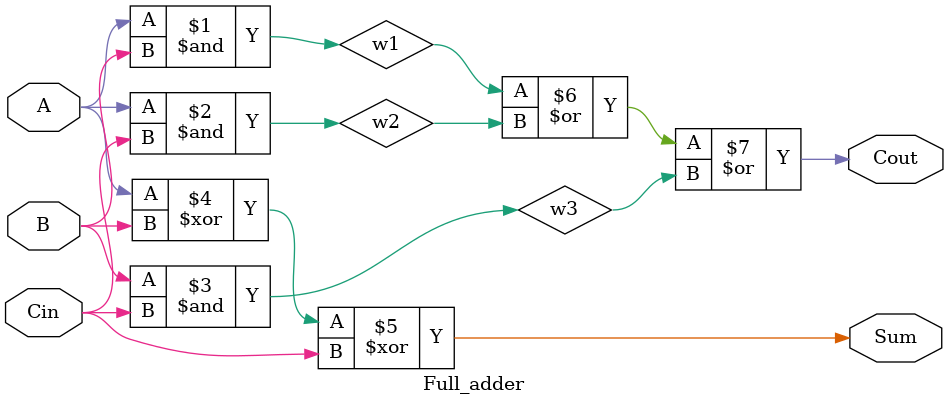
<source format=v>
`timescale 1ns / 1ns

module Full_adder(A, B, Cin, Cout, Sum);
    input A, B, Cin;
    output Cout,Sum;

    wire w1, w2,w3;
    
    and and1(w1, A, B);
    and and2(w2, A, Cin);
    and and3(w3, B, Cin);
    xor xor1(Sum, A, B, Cin);
    or  or1(Cout, w1, w2,w3);

endmodule

</source>
